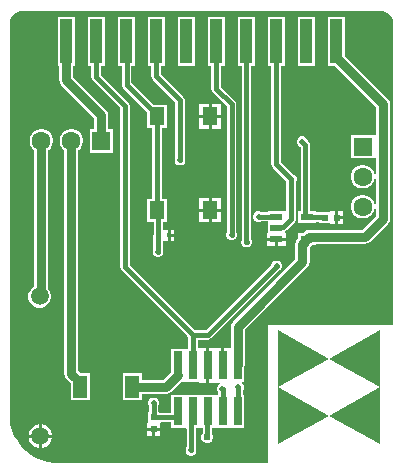
<source format=gtl>
G04*
G04 #@! TF.GenerationSoftware,Altium Limited,Altium Designer,23.9.2 (47)*
G04*
G04 Layer_Physical_Order=1*
G04 Layer_Color=255*
%FSLAX44Y44*%
%MOMM*%
G71*
G04*
G04 #@! TF.SameCoordinates,804AEB52-05E6-4499-94A2-79A5550F06DA*
G04*
G04*
G04 #@! TF.FilePolarity,Positive*
G04*
G01*
G75*
%ADD15R,1.1000X0.6000*%
%ADD16R,1.0000X3.7000*%
%ADD17R,1.2000X1.9000*%
%ADD18R,1.3000X1.5500*%
%ADD19R,0.3000X0.4000*%
%ADD20R,0.7600X2.4000*%
%ADD21R,0.5500X0.5500*%
%ADD22R,0.5500X0.5500*%
%ADD35C,0.3810*%
%ADD36C,0.7620*%
%ADD37C,1.5000*%
%ADD38C,1.6000*%
%ADD39R,1.6000X1.6000*%
%ADD40R,1.6000X1.6000*%
%ADD41C,0.5080*%
%ADD42C,0.6100*%
G36*
X320449Y384372D02*
X322289Y383610D01*
X323945Y382503D01*
X325353Y381095D01*
X326460Y379439D01*
X327222Y377599D01*
X327610Y375646D01*
Y374650D01*
Y119380D01*
X220980D01*
Y2590D01*
X40688D01*
X35389Y3287D01*
X30227Y4670D01*
X25289Y6716D01*
X20661Y9388D01*
X16421Y12642D01*
X12642Y16421D01*
X9388Y20661D01*
X6716Y25289D01*
X4670Y30227D01*
X3287Y35389D01*
X2590Y40688D01*
Y43361D01*
Y374650D01*
Y375646D01*
X2978Y377599D01*
X3740Y379439D01*
X4847Y381095D01*
X6255Y382503D01*
X7911Y383610D01*
X9751Y384372D01*
X11704Y384760D01*
X318496D01*
X320449Y384372D01*
D02*
G37*
G36*
X316175Y114450D02*
Y114182D01*
Y113736D01*
Y112931D01*
Y112395D01*
Y111859D01*
Y111144D01*
Y110429D01*
Y109536D01*
Y108553D01*
Y107481D01*
Y106230D01*
Y104889D01*
Y103460D01*
Y101851D01*
Y100064D01*
Y98187D01*
Y96132D01*
Y93988D01*
Y91664D01*
Y89073D01*
Y86392D01*
Y83533D01*
Y80495D01*
Y77189D01*
Y73793D01*
Y70129D01*
Y66287D01*
Y18034D01*
X273150Y42160D01*
X316175Y66287D01*
X273150Y90413D01*
X316175Y114540D01*
Y114450D01*
D02*
G37*
G36*
X273150Y90413D02*
X230124Y66287D01*
X273150Y42160D01*
X230124Y18034D01*
Y66287D01*
Y70129D01*
Y73793D01*
Y77189D01*
Y80495D01*
Y83533D01*
Y86392D01*
Y89073D01*
Y91664D01*
Y93988D01*
Y96132D01*
Y98187D01*
Y100064D01*
Y101851D01*
Y103460D01*
Y104889D01*
Y106230D01*
Y107481D01*
Y108553D01*
Y109536D01*
Y110429D01*
Y111144D01*
Y111859D01*
Y112395D01*
Y112931D01*
Y113736D01*
Y114182D01*
Y114450D01*
Y114540D01*
X273150Y90413D01*
D02*
G37*
%LPC*%
G36*
X260786Y379856D02*
X246706D01*
Y338776D01*
X260786D01*
Y379856D01*
D02*
G37*
G36*
X159186D02*
X145106D01*
Y338776D01*
X159186D01*
Y379856D01*
D02*
G37*
G36*
X181400Y306072D02*
X173630D01*
Y297052D01*
X181400D01*
Y306072D01*
D02*
G37*
G36*
X171090D02*
X163320D01*
Y297052D01*
X171090D01*
Y306072D01*
D02*
G37*
G36*
X181400Y294512D02*
X173630D01*
Y285492D01*
X181400D01*
Y294512D01*
D02*
G37*
G36*
X171090D02*
X163320D01*
Y285492D01*
X171090D01*
Y294512D01*
D02*
G37*
G36*
X57586Y379856D02*
X43506D01*
Y338776D01*
X44581D01*
Y326898D01*
X45035Y324615D01*
X46328Y322680D01*
X74365Y294644D01*
Y285164D01*
X70289D01*
Y265084D01*
X90369D01*
Y285164D01*
X86294D01*
Y297115D01*
X85840Y299397D01*
X84547Y301332D01*
X56511Y329369D01*
Y338776D01*
X57586D01*
Y379856D01*
D02*
G37*
G36*
X133786D02*
X119706D01*
Y338776D01*
X122724D01*
Y329782D01*
X123030Y328242D01*
X123902Y326937D01*
X142790Y308050D01*
Y261084D01*
X142232Y259737D01*
Y257915D01*
X142929Y256232D01*
X144218Y254943D01*
X145901Y254246D01*
X147723D01*
X149406Y254943D01*
X150695Y256232D01*
X151392Y257915D01*
Y259737D01*
X150834Y261084D01*
Y309716D01*
X150528Y311255D01*
X149656Y312560D01*
X130768Y331448D01*
Y338776D01*
X133786D01*
Y379856D01*
D02*
G37*
G36*
X286186D02*
X272106D01*
Y338776D01*
X277751D01*
X312805Y303721D01*
Y280302D01*
X311535Y280296D01*
X291458D01*
Y260216D01*
X311535D01*
X312805Y260210D01*
Y246184D01*
X311538Y246178D01*
X310854Y248731D01*
X309532Y251021D01*
X307663Y252890D01*
X305373Y254212D01*
X302820Y254896D01*
X300176D01*
X297623Y254212D01*
X295333Y252890D01*
X293464Y251021D01*
X292142Y248731D01*
X291458Y246178D01*
Y243534D01*
X292142Y240981D01*
X293464Y238691D01*
X295333Y236822D01*
X297623Y235500D01*
X300176Y234816D01*
X302820D01*
X305373Y235500D01*
X307663Y236822D01*
X309532Y238691D01*
X310854Y240981D01*
X311538Y243534D01*
X312805Y243528D01*
Y220784D01*
X311538Y220778D01*
X310854Y223331D01*
X309532Y225621D01*
X307663Y227490D01*
X305373Y228812D01*
X302820Y229496D01*
X300176D01*
X297623Y228812D01*
X295333Y227490D01*
X293464Y225621D01*
X292142Y223331D01*
X291458Y220778D01*
Y218134D01*
X292142Y215581D01*
X293464Y213291D01*
X295333Y211422D01*
X297623Y210100D01*
X300176Y209416D01*
X302820D01*
X305373Y210100D01*
X307663Y211422D01*
X309532Y213291D01*
X310854Y215581D01*
X311538Y218134D01*
X312805Y218128D01*
Y211767D01*
X300805Y199767D01*
X256434D01*
X254151Y199313D01*
X252216Y198020D01*
X252216Y198020D01*
X251688Y197492D01*
X251391Y197433D01*
X250687Y196962D01*
X247014D01*
Y192353D01*
X246336Y191676D01*
X245043Y189741D01*
X244589Y187458D01*
Y174640D01*
X191362Y121413D01*
X190069Y119478D01*
X189615Y117195D01*
Y100678D01*
X189220Y99572D01*
X188345Y99572D01*
X184150D01*
Y85032D01*
X181610D01*
Y99572D01*
X177790D01*
X176540Y99572D01*
X175270Y99572D01*
X171450D01*
Y85032D01*
Y70492D01*
X175270D01*
X176520Y70492D01*
X177790Y70492D01*
X180540D01*
X180793Y69222D01*
X180032Y68907D01*
X178743Y67618D01*
X178046Y65935D01*
Y64113D01*
X178743Y62430D01*
X178858Y62315D01*
Y60072D01*
X177290D01*
X177040Y60072D01*
X176020D01*
X175770Y60072D01*
X164590D01*
X164340Y60072D01*
X163320D01*
X163070Y60072D01*
X151890D01*
X151640Y60072D01*
X150620D01*
X150370Y60072D01*
X138940D01*
Y44916D01*
X129250D01*
Y45684D01*
X128482D01*
Y50828D01*
X129040Y52175D01*
Y53997D01*
X128343Y55680D01*
X127054Y56969D01*
X125371Y57666D01*
X123549D01*
X121866Y56969D01*
X120577Y55680D01*
X119880Y53997D01*
Y52175D01*
X120438Y50828D01*
Y45684D01*
X119670D01*
Y37087D01*
X119170Y36024D01*
X119170Y35041D01*
Y32004D01*
X124460D01*
X129750D01*
Y35041D01*
X129750Y36024D01*
X130669Y36872D01*
X138940D01*
Y31992D01*
X150370D01*
X150620Y31992D01*
X151640D01*
X152431Y30946D01*
Y15906D01*
X152327Y15802D01*
X151630Y14119D01*
Y12297D01*
X152327Y10614D01*
X153616Y9325D01*
X155299Y8628D01*
X157121D01*
X158804Y9325D01*
X160093Y10614D01*
X160790Y12297D01*
Y14119D01*
X160475Y14879D01*
Y31992D01*
X163070D01*
X163320Y31992D01*
X164340D01*
X164590Y31992D01*
X166031D01*
Y27433D01*
X165611Y27013D01*
X164836Y25143D01*
Y23117D01*
X165611Y21247D01*
X167043Y19815D01*
X168913Y19040D01*
X170938D01*
X172809Y19815D01*
X174241Y21247D01*
X175016Y23117D01*
Y25143D01*
X174241Y27013D01*
X174075Y27179D01*
Y31992D01*
X175770D01*
X176020Y31992D01*
X177040D01*
X177290Y31992D01*
X188470D01*
X188720Y31992D01*
X189740D01*
X189990Y31992D01*
X201420D01*
Y60072D01*
X199867D01*
Y63596D01*
X199971Y63700D01*
X200668Y65383D01*
Y67205D01*
X199971Y68888D01*
X199137Y69722D01*
X199663Y70992D01*
X201420D01*
Y84405D01*
X201545Y85032D01*
Y114725D01*
X254772Y167952D01*
X256065Y169887D01*
X256519Y172169D01*
Y184988D01*
X257082Y185551D01*
X257648Y186398D01*
X257717Y186411D01*
X258421Y186882D01*
X262094D01*
Y187837D01*
X303276D01*
X305559Y188291D01*
X307494Y189584D01*
X322988Y205078D01*
X324281Y207013D01*
X324735Y209296D01*
Y306192D01*
X324281Y308475D01*
X322988Y310410D01*
X286186Y347211D01*
Y379856D01*
D02*
G37*
G36*
X181400Y226572D02*
X173630D01*
Y217552D01*
X181400D01*
Y226572D01*
D02*
G37*
G36*
X171090D02*
X163320D01*
Y217552D01*
X171090D01*
Y226572D01*
D02*
G37*
G36*
X235386Y379856D02*
X221306D01*
Y338776D01*
X224324D01*
Y255270D01*
X224630Y253731D01*
X225502Y252426D01*
X236605Y241322D01*
X237024Y240312D01*
Y216784D01*
X236094Y215962D01*
X221014D01*
Y214893D01*
X215494D01*
X214271Y215400D01*
X212449D01*
X210766Y214703D01*
X209477Y213414D01*
X208780Y211731D01*
Y209909D01*
X209477Y208226D01*
X210766Y206937D01*
X212449Y206240D01*
X214271D01*
X215741Y206849D01*
X221014D01*
Y197462D01*
X220514D01*
Y193192D01*
X236594D01*
Y197462D01*
X236094D01*
Y198993D01*
X237111Y199673D01*
X243890Y206452D01*
X244762Y207757D01*
X245068Y209296D01*
Y240312D01*
X245626Y241659D01*
Y243481D01*
X244929Y245164D01*
X243640Y246453D01*
X242294Y247010D01*
X232368Y256936D01*
Y338776D01*
X235386D01*
Y379856D01*
D02*
G37*
G36*
X280984Y215482D02*
Y211462D01*
X285004D01*
Y215482D01*
X280984D01*
D02*
G37*
G36*
X181400Y215012D02*
X173630D01*
Y205992D01*
X181400D01*
Y215012D01*
D02*
G37*
G36*
X171090D02*
X163320D01*
Y205992D01*
X171090D01*
Y215012D01*
D02*
G37*
G36*
X285004Y208922D02*
X280984D01*
Y204902D01*
X285004D01*
Y208922D01*
D02*
G37*
G36*
X251355Y278900D02*
X249533D01*
X247850Y278203D01*
X246561Y276914D01*
X245864Y275231D01*
Y273409D01*
X246561Y271726D01*
X247850Y270437D01*
X248638Y270111D01*
X248962Y269787D01*
Y215962D01*
X247014D01*
Y205882D01*
X262094D01*
Y206535D01*
X264764D01*
Y205402D01*
X273361D01*
X274424Y204902D01*
X275407Y204902D01*
X278444D01*
Y210192D01*
Y215482D01*
X275407D01*
X274424Y215482D01*
X273361Y214982D01*
X264764D01*
Y214580D01*
X262094D01*
Y215962D01*
X257006D01*
Y271453D01*
X256700Y272992D01*
X255828Y274297D01*
X255024Y275102D01*
Y275231D01*
X254327Y276914D01*
X253038Y278203D01*
X251355Y278900D01*
D02*
G37*
G36*
X138868Y199614D02*
Y196344D01*
X141638D01*
Y199614D01*
X138868D01*
D02*
G37*
G36*
X184586Y379856D02*
X170506D01*
Y338776D01*
X173524D01*
Y319114D01*
X173830Y317574D01*
X174702Y316269D01*
X186478Y304494D01*
Y197838D01*
X185920Y196491D01*
Y194669D01*
X186617Y192986D01*
X187906Y191697D01*
X189589Y191000D01*
X191411D01*
X193094Y191697D01*
X194383Y192986D01*
X195080Y194669D01*
Y196491D01*
X194522Y197838D01*
Y306160D01*
X194216Y307699D01*
X193344Y309004D01*
X181568Y320780D01*
Y338776D01*
X184586D01*
Y379856D01*
D02*
G37*
G36*
X141638Y193804D02*
X138868D01*
Y190534D01*
X141638D01*
Y193804D01*
D02*
G37*
G36*
X236594Y190652D02*
X229824D01*
Y186382D01*
X236594D01*
Y190652D01*
D02*
G37*
G36*
X227284D02*
X220514D01*
Y186382D01*
X227284D01*
Y190652D01*
D02*
G37*
G36*
X209986Y379856D02*
X195906D01*
Y338776D01*
X199051D01*
Y191435D01*
X198620Y190395D01*
Y188573D01*
X199317Y186890D01*
X200606Y185601D01*
X202289Y184904D01*
X204111D01*
X205794Y185601D01*
X207083Y186890D01*
X207780Y188573D01*
Y190395D01*
X207095Y192048D01*
Y338776D01*
X209986D01*
Y379856D01*
D02*
G37*
G36*
X108386D02*
X94306D01*
Y338776D01*
X97578D01*
Y322792D01*
X97884Y321253D01*
X98756Y319948D01*
X118820Y299884D01*
Y285992D01*
X123338D01*
Y226072D01*
X118820D01*
Y206492D01*
X124575D01*
Y196550D01*
X124554Y196518D01*
X124248Y194979D01*
Y183613D01*
X123690Y182267D01*
Y180445D01*
X124387Y178762D01*
X125676Y177473D01*
X127359Y176776D01*
X129181D01*
X130864Y177473D01*
X132153Y178762D01*
X132850Y180445D01*
Y182267D01*
X132292Y183613D01*
Y190522D01*
X133558Y190534D01*
X133562Y190534D01*
X136328D01*
Y195074D01*
Y199614D01*
X133890D01*
X133558Y199614D01*
X132620Y200416D01*
Y206492D01*
X135900D01*
Y226072D01*
X131382D01*
Y285992D01*
X135900D01*
Y305572D01*
X124508D01*
X105622Y324458D01*
Y338776D01*
X108386D01*
Y379856D01*
D02*
G37*
G36*
X30851Y285164D02*
X28207D01*
X25654Y284480D01*
X23365Y283158D01*
X21495Y281289D01*
X20173Y279000D01*
X19489Y276446D01*
Y273802D01*
X20173Y271249D01*
X21495Y268960D01*
X23365Y267090D01*
X23565Y266975D01*
Y151866D01*
X22082Y151010D01*
X20306Y149234D01*
X19050Y147058D01*
X18400Y144632D01*
Y142120D01*
X19050Y139694D01*
X20306Y137518D01*
X22082Y135742D01*
X24258Y134486D01*
X26684Y133836D01*
X29196D01*
X31622Y134486D01*
X33798Y135742D01*
X35574Y137518D01*
X36830Y139694D01*
X37480Y142120D01*
Y144632D01*
X36830Y147058D01*
X35574Y149234D01*
X35494Y149314D01*
Y266975D01*
X35694Y267090D01*
X37563Y268960D01*
X38885Y271249D01*
X39569Y273802D01*
Y276446D01*
X38885Y279000D01*
X37563Y281289D01*
X35694Y283158D01*
X33405Y284480D01*
X30851Y285164D01*
D02*
G37*
G36*
X82986Y379856D02*
X68906D01*
Y338776D01*
X71924D01*
Y329184D01*
X72230Y327645D01*
X73102Y326340D01*
X96308Y303134D01*
Y168402D01*
X96614Y166863D01*
X97486Y165558D01*
X153966Y109078D01*
Y99072D01*
X151890D01*
X151640Y99072D01*
X150620D01*
X150370Y99072D01*
X138940D01*
Y79447D01*
X132513Y73021D01*
X114368D01*
Y78596D01*
X98288D01*
Y55516D01*
X114368D01*
Y61091D01*
X134984D01*
X137267Y61545D01*
X139202Y62838D01*
X147355Y70992D01*
X150370D01*
X150620Y70992D01*
X151640D01*
X151890Y70992D01*
X162777Y70992D01*
X163840Y70492D01*
X164383Y70492D01*
X168910D01*
Y85032D01*
Y99572D01*
X163840Y99572D01*
X163280Y99309D01*
X162010Y99973D01*
Y106722D01*
X170180D01*
X171719Y107028D01*
X173024Y107900D01*
X229930Y164806D01*
X231194Y165330D01*
X232483Y166618D01*
X233180Y168301D01*
Y170123D01*
X232483Y171807D01*
X231194Y173095D01*
X229511Y173792D01*
X227689D01*
X226006Y173095D01*
X224717Y171807D01*
X224125Y170378D01*
X168514Y114766D01*
X159654D01*
X104352Y170068D01*
Y304800D01*
X104046Y306339D01*
X103174Y307644D01*
X79968Y330850D01*
Y338776D01*
X82986D01*
Y379856D01*
D02*
G37*
G36*
X56251Y285164D02*
X53608D01*
X51054Y284480D01*
X48765Y283158D01*
X46895Y281289D01*
X45574Y279000D01*
X44889Y276446D01*
Y273802D01*
X45574Y271249D01*
X46895Y268960D01*
X48765Y267090D01*
X48965Y266975D01*
Y77955D01*
X49419Y75672D01*
X50712Y73737D01*
X54288Y70161D01*
Y55516D01*
X70368D01*
Y78596D01*
X62723D01*
X60894Y80425D01*
Y266975D01*
X61094Y267090D01*
X62963Y268960D01*
X64285Y271249D01*
X64969Y273802D01*
Y276446D01*
X64285Y279000D01*
X62963Y281289D01*
X61094Y283158D01*
X58805Y284480D01*
X56251Y285164D01*
D02*
G37*
G36*
X30024Y35186D02*
X29972D01*
Y26416D01*
X38742D01*
Y26468D01*
X38058Y29021D01*
X36736Y31311D01*
X34867Y33180D01*
X32577Y34502D01*
X30024Y35186D01*
D02*
G37*
G36*
X27432D02*
X27380D01*
X24827Y34502D01*
X22537Y33180D01*
X20668Y31311D01*
X19346Y29021D01*
X18662Y26468D01*
Y26416D01*
X27432D01*
Y35186D01*
D02*
G37*
G36*
X129750Y29464D02*
X125730D01*
Y25444D01*
X129750D01*
Y29464D01*
D02*
G37*
G36*
X123190D02*
X119170D01*
Y25444D01*
X123190D01*
Y29464D01*
D02*
G37*
G36*
X38742Y23876D02*
X29972D01*
Y15106D01*
X30024D01*
X32577Y15790D01*
X34867Y17112D01*
X36736Y18981D01*
X38058Y21271D01*
X38742Y23824D01*
Y23876D01*
D02*
G37*
G36*
X27432D02*
X18662D01*
Y23824D01*
X19346Y21271D01*
X20668Y18981D01*
X22537Y17112D01*
X24827Y15790D01*
X27380Y15106D01*
X27432D01*
Y23876D01*
D02*
G37*
%LPD*%
D15*
X254554Y210922D02*
D03*
Y191922D02*
D03*
X228554Y210922D02*
D03*
Y201422D02*
D03*
Y191922D02*
D03*
D16*
X50546Y359316D02*
D03*
X75946D02*
D03*
X101346D02*
D03*
X126746D02*
D03*
X152146D02*
D03*
X177546D02*
D03*
X202946D02*
D03*
X228346D02*
D03*
X253746D02*
D03*
X279146D02*
D03*
D17*
X106328Y67056D02*
D03*
X62328D02*
D03*
D18*
X127360Y216282D02*
D03*
Y295782D02*
D03*
X172360Y216282D02*
D03*
Y295782D02*
D03*
D19*
X128598Y195074D02*
D03*
X137598D02*
D03*
D20*
X195580Y85032D02*
D03*
X182880D02*
D03*
X170180D02*
D03*
X157480D02*
D03*
X144780D02*
D03*
X195580Y46032D02*
D03*
X182880D02*
D03*
X170180D02*
D03*
X157480D02*
D03*
X144780D02*
D03*
D21*
X124460Y30734D02*
D03*
Y40894D02*
D03*
D22*
X279714Y210192D02*
D03*
X269554D02*
D03*
D35*
X213360Y210820D02*
X213411Y210871D01*
X228503D01*
X228554Y210922D01*
X170053Y45905D02*
X170180Y46032D01*
X170053Y24257D02*
Y45905D01*
X169926Y24130D02*
X170053Y24257D01*
X156210Y13208D02*
X156453Y13451D01*
Y45005D02*
X157480Y46032D01*
X156453Y13451D02*
Y45005D01*
X146812Y258826D02*
Y309716D01*
X126746Y329782D02*
X146812Y309716D01*
X126746Y329782D02*
Y359316D01*
X254079Y210922D02*
X254554D01*
X252984Y212017D02*
Y271453D01*
X250444Y273993D02*
Y274320D01*
X252984Y212017D02*
X254079Y210922D01*
X250444Y273993D02*
X252984Y271453D01*
X228346Y255270D02*
Y359316D01*
X241046Y209296D02*
Y242570D01*
X228346Y255270D02*
X241046Y242570D01*
X254919Y210557D02*
X269189D01*
X254554Y210922D02*
X254919Y210557D01*
X269189D02*
X269554Y210192D01*
X234267Y202517D02*
X241046Y209296D01*
X229649Y202517D02*
X234267D01*
X228554Y201422D02*
X229649Y202517D01*
X228046Y200914D02*
X228554Y201422D01*
X27940Y143376D02*
X29529Y144965D01*
X202946Y359316D02*
X203073Y359189D01*
Y189611D02*
X203200Y189484D01*
X203073Y189611D02*
Y359189D01*
X190500Y195580D02*
Y306160D01*
X177546Y319114D02*
X190500Y306160D01*
X177546Y319114D02*
Y359316D01*
X228600Y169164D02*
Y169212D01*
X170180Y110744D02*
X228600Y169164D01*
X157988Y110744D02*
X170180D01*
X195845Y46297D02*
Y66051D01*
X195580Y46032D02*
X195845Y46297D01*
Y66051D02*
X196088Y66294D01*
X182626Y65024D02*
X182880Y64770D01*
Y46032D02*
Y64770D01*
X101600Y322792D02*
Y359062D01*
X101346Y359316D02*
X101600Y359062D01*
X127360Y295782D02*
Y297032D01*
X101600Y322792D02*
X127360Y297032D01*
Y216282D02*
Y295782D01*
X128598Y195074D02*
Y215044D01*
X127360Y216282D02*
X128598Y215044D01*
X128270Y194979D02*
X128365Y195074D01*
X128270Y181356D02*
Y194979D01*
X128365Y195074D02*
X128598D01*
X124460Y40894D02*
Y53086D01*
X157480Y85032D02*
X157988Y85540D01*
Y110744D01*
X100330Y168402D02*
X157988Y110744D01*
X75946Y329184D02*
X100330Y304800D01*
Y168402D02*
Y304800D01*
X75946Y329184D02*
Y359316D01*
X144780Y42789D02*
Y46032D01*
X124460Y40894D02*
X142885D01*
X144780Y42789D01*
D36*
X106328Y67056D02*
X134984D01*
X144770Y76842D01*
X195580Y85032D02*
Y117195D01*
X250554Y172169D01*
Y187458D01*
X303276Y193802D02*
X318770Y209296D01*
X254554Y191922D02*
X256434Y193802D01*
X303276D01*
X253674Y191922D02*
X255434D01*
X252864Y189768D02*
Y191112D01*
X253674Y191922D01*
X250554Y187458D02*
X252864Y189768D01*
X29529Y144965D02*
Y275124D01*
X54929Y77955D02*
Y275124D01*
Y77955D02*
X62328Y70556D01*
Y67056D02*
Y70556D01*
X80329Y275124D02*
Y297115D01*
X50546Y326898D02*
X80329Y297115D01*
X50546Y326898D02*
Y359316D01*
X318770Y209296D02*
Y306192D01*
X279146Y345816D02*
X318770Y306192D01*
X279146Y345816D02*
Y359316D01*
D37*
X28702Y25146D02*
D03*
X27940Y143376D02*
D03*
D38*
X29529Y275124D02*
D03*
X54929D02*
D03*
X301498Y244856D02*
D03*
Y219456D02*
D03*
D39*
X80329Y275124D02*
D03*
D40*
X301498Y270256D02*
D03*
D41*
X213360Y210820D02*
D03*
X314800Y352000D02*
D03*
X302100Y174200D02*
D03*
X314800Y148800D02*
D03*
X289400Y352000D02*
D03*
X276700Y326600D02*
D03*
X289400Y301200D02*
D03*
X276700Y275800D02*
D03*
X289400Y250400D02*
D03*
X276700Y225000D02*
D03*
X289400Y148800D02*
D03*
X264000Y352000D02*
D03*
Y301200D02*
D03*
Y250400D02*
D03*
Y148800D02*
D03*
X238600Y352000D02*
D03*
Y301200D02*
D03*
X225900Y225000D02*
D03*
X213200Y352000D02*
D03*
Y301200D02*
D03*
Y250400D02*
D03*
X187800Y352000D02*
D03*
X175100Y174200D02*
D03*
X162400Y352000D02*
D03*
Y250400D02*
D03*
Y199600D02*
D03*
Y148800D02*
D03*
X149700Y21800D02*
D03*
X137000Y352000D02*
D03*
Y250400D02*
D03*
Y148800D02*
D03*
X124300Y21800D02*
D03*
X111600Y352000D02*
D03*
Y301200D02*
D03*
Y250400D02*
D03*
Y199600D02*
D03*
X98900Y123400D02*
D03*
X111600Y98000D02*
D03*
Y47200D02*
D03*
X98900Y21800D02*
D03*
X86200Y352000D02*
D03*
Y250400D02*
D03*
X73500Y225000D02*
D03*
X86200Y199600D02*
D03*
X73500Y174200D02*
D03*
X86200Y148800D02*
D03*
X73500Y123400D02*
D03*
X86200Y98000D02*
D03*
X73500Y72600D02*
D03*
X86200Y47200D02*
D03*
X73500Y21800D02*
D03*
X60800Y352000D02*
D03*
Y301200D02*
D03*
X48100Y72600D02*
D03*
X60800Y47200D02*
D03*
X48100Y21800D02*
D03*
X35400Y352000D02*
D03*
X22700Y326600D02*
D03*
X35400Y301200D02*
D03*
X22700Y123400D02*
D03*
X35400Y98000D02*
D03*
X22700Y72600D02*
D03*
X35400Y47200D02*
D03*
X156210Y13208D02*
D03*
X146812Y258826D02*
D03*
X241046Y242570D02*
D03*
X250444Y274320D02*
D03*
X203200Y189484D02*
D03*
X190500Y195580D02*
D03*
X228600Y169212D02*
D03*
X196088Y66294D02*
D03*
X182626Y65024D02*
D03*
X128270Y181356D02*
D03*
X124460Y53086D02*
D03*
D42*
X169926Y24130D02*
D03*
M02*

</source>
